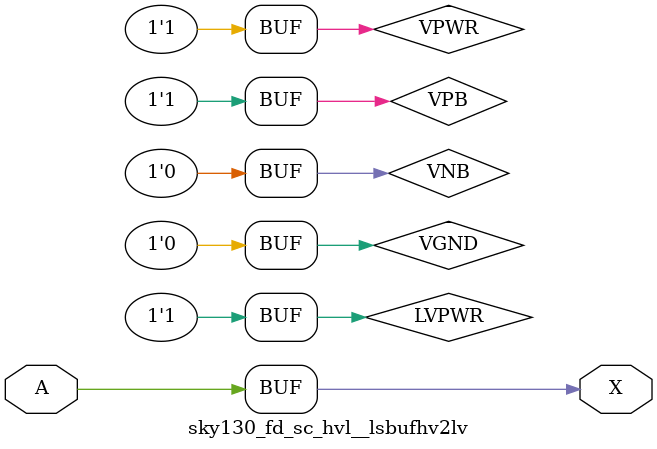
<source format=v>
/*
 * Copyright 2020 The SkyWater PDK Authors
 *
 * Licensed under the Apache License, Version 2.0 (the "License");
 * you may not use this file except in compliance with the License.
 * You may obtain a copy of the License at
 *
 *     https://www.apache.org/licenses/LICENSE-2.0
 *
 * Unless required by applicable law or agreed to in writing, software
 * distributed under the License is distributed on an "AS IS" BASIS,
 * WITHOUT WARRANTIES OR CONDITIONS OF ANY KIND, either express or implied.
 * See the License for the specific language governing permissions and
 * limitations under the License.
 *
 * SPDX-License-Identifier: Apache-2.0
*/


`ifndef SKY130_FD_SC_HVL__LSBUFHV2LV_TIMING_V
`define SKY130_FD_SC_HVL__LSBUFHV2LV_TIMING_V

/**
 * lsbufhv2lv: Level-shift buffer, low voltage-to-low voltage.
 *
 * Verilog simulation timing model.
 */

`timescale 1ns / 1ps
`default_nettype none

`celldefine
module sky130_fd_sc_hvl__lsbufhv2lv (
    X,
    A
);

    // Module ports
    output X;
    input  A;

    // Module supplies
    supply1 VPWR ;
    supply0 VGND ;
    supply1 LVPWR;
    supply1 VPB  ;
    supply0 VNB  ;

    //  Name  Output  Other arguments
    buf buf0 (X     , A              );

endmodule
`endcelldefine

`default_nettype wire
`endif  // SKY130_FD_SC_HVL__LSBUFHV2LV_TIMING_V

</source>
